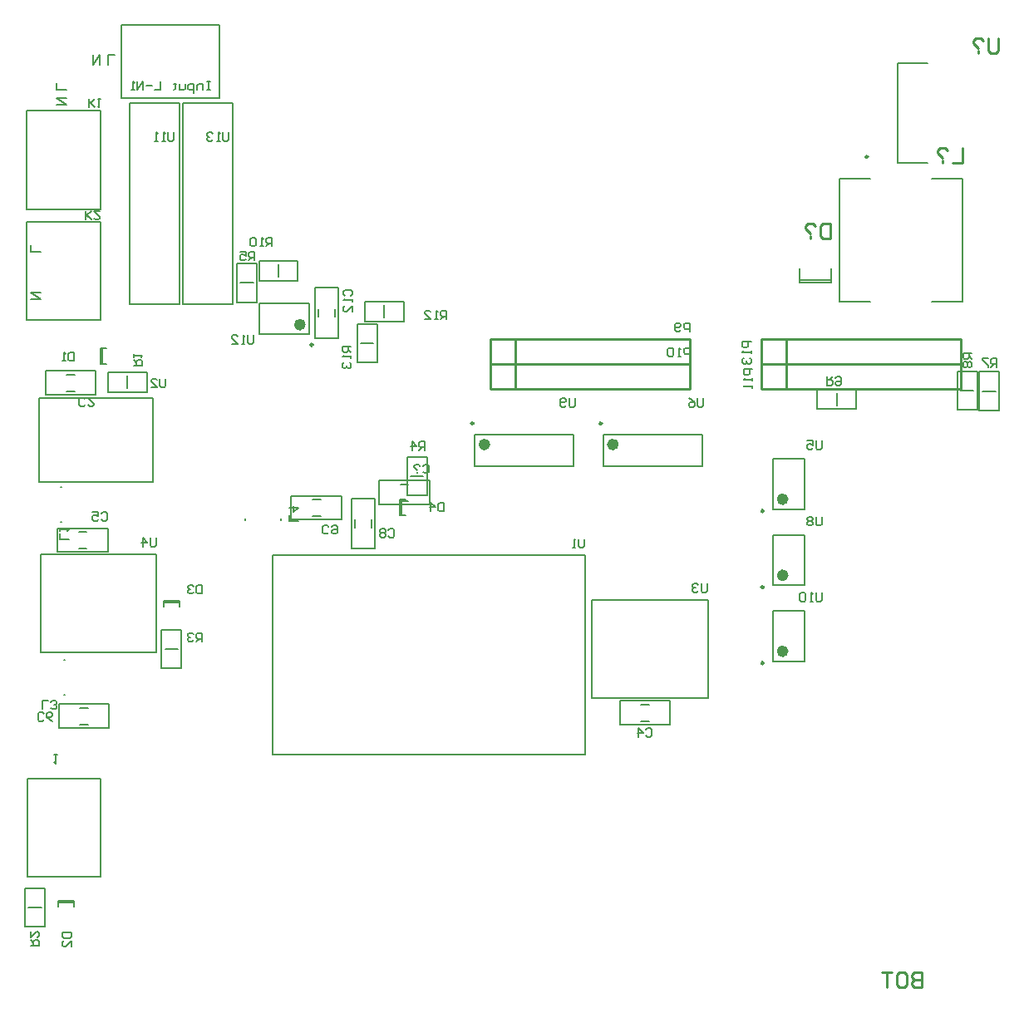
<source format=gbr>
G04 Layer_Color=32896*
%FSLAX25Y25*%
%MOIN*%
%TF.FileFunction,Legend,Bot*%
%TF.Part,Single*%
G01*
G75*
%TA.AperFunction,NonConductor*%
%ADD52C,0.00984*%
%ADD53C,0.02362*%
%ADD54C,0.00787*%
%ADD55C,0.00500*%
%ADD56C,0.01000*%
%ADD57C,0.00700*%
D52*
X340454Y313582D02*
G03*
X340454Y313582I-492J0D01*
G01*
X298659Y171453D02*
G03*
X298659Y171453I-492J0D01*
G01*
X233746Y206627D02*
G03*
X233746Y206627I-492J0D01*
G01*
X298659Y140954D02*
G03*
X298659Y140954I-492J0D01*
G01*
X182246Y206627D02*
G03*
X182246Y206627I-492J0D01*
G01*
X298659Y110453D02*
G03*
X298659Y110453I-492J0D01*
G01*
X117839Y238167D02*
G03*
X117839Y238167I-492J0D01*
G01*
D53*
X307419Y176198D02*
G03*
X307419Y176198I-1181J0D01*
G01*
X239336Y198162D02*
G03*
X239336Y198162I-1181J0D01*
G01*
X307419Y145698D02*
G03*
X307419Y145698I-1181J0D01*
G01*
X187836Y198162D02*
G03*
X187836Y198162I-1181J0D01*
G01*
X307419Y115198D02*
G03*
X307419Y115198I-1181J0D01*
G01*
X113784Y246238D02*
G03*
X113784Y246238I-1181J0D01*
G01*
D54*
X313001Y263992D02*
X325599D01*
X313001Y263244D02*
X325599D01*
Y268756D01*
X313001Y263244D02*
Y268756D01*
X329094Y255494D02*
Y304706D01*
X378306Y255494D02*
Y304706D01*
X329094D02*
X341298D01*
X329094Y255494D02*
X341298D01*
X366102Y304706D02*
X378306D01*
X366102Y255494D02*
X378306D01*
X352364Y351279D02*
X364372D01*
X352364Y311121D02*
Y351279D01*
Y311121D02*
X364372D01*
X153047Y175586D02*
X156197D01*
X153047Y182279D02*
X156197D01*
X3336Y24715D02*
Y64085D01*
X32864Y24715D02*
Y64085D01*
X3336D02*
X32864D01*
X3336Y24715D02*
X32864D01*
X24025Y163178D02*
X27175D01*
X24025Y156485D02*
X27175D01*
X22150Y12719D02*
Y15081D01*
X15850Y12719D02*
Y15081D01*
X22150D01*
X15850Y14333D02*
X22150D01*
X41128Y366564D02*
X80498D01*
X41128Y337036D02*
X80498D01*
Y366564D01*
X41128Y337036D02*
Y366564D01*
X32630Y292615D02*
Y331985D01*
X3103Y292615D02*
Y331985D01*
Y292615D02*
X32630D01*
X3103Y331985D02*
X32630D01*
Y248115D02*
Y287485D01*
X3103Y248115D02*
Y287485D01*
Y248115D02*
X32630D01*
X3103Y287485D02*
X32630D01*
X3841Y12500D02*
X8959D01*
X327900Y213741D02*
Y218859D01*
X101700Y73700D02*
X226897D01*
X227000D02*
Y153700D01*
X101700D02*
X226897D01*
X101800Y73700D02*
Y153700D01*
X229722Y96532D02*
Y135832D01*
Y96532D02*
X276222D01*
X229722Y135832D02*
X276222D01*
Y96532D02*
Y135832D01*
X8706Y114732D02*
Y154032D01*
Y114732D02*
X55206D01*
X8706Y154032D02*
X55206D01*
Y114732D02*
Y154032D01*
X302301Y172261D02*
Y192339D01*
X314899Y172261D02*
Y192339D01*
X302301Y172261D02*
X314899D01*
X302301Y192339D02*
X314899D01*
X234218Y202099D02*
X273982D01*
X234218Y189501D02*
X273982D01*
X234218D02*
Y202099D01*
X273982Y189501D02*
Y202099D01*
X302301Y141761D02*
Y161839D01*
X314899Y141761D02*
Y161839D01*
X302301Y141761D02*
X314899D01*
X302301Y161839D02*
X314899D01*
X182718Y202099D02*
X222482D01*
X182718Y189501D02*
X222482D01*
X182718D02*
Y202099D01*
X222482Y189501D02*
Y202099D01*
X302301Y111261D02*
Y131339D01*
X314899Y111261D02*
Y131339D01*
X302301Y111261D02*
X314899D01*
X302301Y131339D02*
X314899D01*
X64339Y254600D02*
Y335200D01*
X44340D02*
X64339D01*
X44238Y254600D02*
X64339D01*
X44238D02*
X44340Y335200D01*
X85839Y254600D02*
Y335200D01*
X65840D02*
X85839D01*
X65738Y254600D02*
X85839D01*
X65738D02*
X65840Y335200D01*
X386441Y219600D02*
X391559D01*
X377741Y219800D02*
X382859D01*
X96461Y242301D02*
X116539D01*
X96461Y254899D02*
X116539D01*
Y242301D02*
Y254899D01*
X96461Y242301D02*
Y254899D01*
X88841Y263000D02*
X93959D01*
X104000Y265341D02*
Y270459D01*
X120054Y249325D02*
Y252475D01*
X126746Y249325D02*
Y252475D01*
X146500Y249046D02*
Y254165D01*
X137041Y238868D02*
X142159D01*
X249525Y93946D02*
X252675D01*
X249525Y87253D02*
X252675D01*
X157041Y185500D02*
X162159D01*
X152619Y176050D02*
X154981D01*
X152619Y169750D02*
X154981D01*
X152619D02*
Y176050D01*
X153367Y169750D02*
Y176050D01*
X134653Y164925D02*
Y168075D01*
X141347Y164925D02*
Y168075D01*
X90872Y167903D02*
Y168297D01*
X104928Y167903D02*
Y168297D01*
X117725Y176146D02*
X120875D01*
X117725Y169454D02*
X120875D01*
X24525Y92546D02*
X27675D01*
X24525Y85853D02*
X27675D01*
X58641Y116200D02*
X63759D01*
X64450Y133119D02*
Y135481D01*
X58150Y133119D02*
Y135481D01*
X64450D01*
X58150Y134733D02*
X64450D01*
X18103Y111928D02*
X18497D01*
X18103Y97872D02*
X18497D01*
X43500Y220641D02*
Y225759D01*
X32731Y236750D02*
X35093D01*
X32731Y230450D02*
X35093D01*
X32731D02*
Y236750D01*
X33479Y230450D02*
Y236750D01*
X19125Y226247D02*
X22275D01*
X19125Y219553D02*
X22275D01*
X16803Y181028D02*
X17197D01*
X16803Y166972D02*
X17197D01*
X7962Y183209D02*
Y216674D01*
X53632D01*
X7962Y183209D02*
X53632D01*
Y216674D01*
D55*
X144524Y183716D02*
X164720D01*
Y174149D02*
Y183716D01*
X144524Y174149D02*
X164720D01*
X144524D02*
Y183716D01*
X15502Y155048D02*
Y164615D01*
Y155048D02*
X35698D01*
Y164615D01*
X15502D02*
X35698D01*
X2404Y4764D02*
X10396D01*
X2404D02*
Y20236D01*
X10396D01*
Y4764D02*
Y20236D01*
X335636Y212304D02*
Y220296D01*
X320164Y212304D02*
X335636D01*
X320164D02*
Y220296D01*
X335636D01*
X385004Y227336D02*
X392996D01*
Y211864D02*
Y227336D01*
X385004Y211864D02*
X392996D01*
X385004D02*
Y227336D01*
X376304Y227536D02*
X384296D01*
Y212064D02*
Y227536D01*
X376304Y212064D02*
X384296D01*
X376304D02*
Y227536D01*
X87404Y255264D02*
X95396D01*
X87404D02*
Y270736D01*
X95396D01*
Y255264D02*
Y270736D01*
X111736Y263904D02*
Y271896D01*
X96264Y263904D02*
X111736D01*
X96264D02*
Y271896D01*
X111736D01*
X118616Y240802D02*
X128183D01*
Y260998D01*
X118616D02*
X128183D01*
X118616Y240802D02*
Y260998D01*
X154236Y247609D02*
Y255602D01*
X138764Y247609D02*
X154236D01*
X138764D02*
Y255602D01*
X154236D01*
X135604Y246605D02*
X143596D01*
Y231132D02*
Y246605D01*
X135604Y231132D02*
X143596D01*
X135604D02*
Y246605D01*
X241002Y85817D02*
Y95384D01*
Y85817D02*
X261198D01*
Y95384D01*
X241002D02*
X261198D01*
X155604Y177764D02*
X163596D01*
X155604D02*
Y193236D01*
X163596D01*
Y177764D02*
Y193236D01*
X133217Y156402D02*
X142783D01*
Y176598D01*
X133217D02*
X142783D01*
X133217Y156402D02*
Y176598D01*
X109202Y168017D02*
Y177584D01*
Y168017D02*
X129398D01*
Y177584D01*
X109202D02*
X129398D01*
X16002Y84417D02*
Y93984D01*
Y84417D02*
X36198D01*
Y93984D01*
X16002D02*
X36198D01*
X57204Y123936D02*
X65196D01*
Y108464D02*
Y123936D01*
X57204Y108464D02*
X65196D01*
X57204D02*
Y123936D01*
X35764Y219204D02*
Y227196D01*
X51236D01*
Y219204D02*
Y227196D01*
X35764Y219204D02*
X51236D01*
X10602Y218116D02*
Y227683D01*
Y218116D02*
X30798D01*
Y227683D01*
X10602D02*
X30798D01*
D56*
X199100Y230300D02*
Y240300D01*
X189100D02*
X269100D01*
Y230300D02*
Y240300D01*
X189100Y230300D02*
X269100D01*
X189100D02*
Y240300D01*
X199100Y220300D02*
Y230300D01*
X189100D02*
X269100D01*
Y220300D02*
Y230300D01*
X189100Y220300D02*
X269100D01*
X189100D02*
Y230300D01*
X307600Y220300D02*
Y230300D01*
X297600D02*
X377600D01*
Y220300D02*
Y230300D01*
X297600Y220300D02*
X377600D01*
X297600D02*
Y230300D01*
X307600D02*
Y240300D01*
X297600D02*
X377600D01*
Y230300D02*
Y240300D01*
X297600Y230300D02*
X377600D01*
X297600D02*
Y240300D01*
X325395Y286826D02*
Y280828D01*
X322396D01*
X321396Y281827D01*
Y285826D01*
X322396Y286826D01*
X325395D01*
X319397Y285826D02*
X318397Y286826D01*
X316398D01*
X315398Y285826D01*
Y284826D01*
X317398Y282827D01*
Y281827D02*
Y280828D01*
X378395Y317249D02*
Y311250D01*
X374396D01*
X372397Y316249D02*
X371397Y317249D01*
X369398D01*
X368398Y316249D01*
Y315249D01*
X370398Y313250D01*
Y312250D02*
Y311250D01*
X392595Y361248D02*
Y356250D01*
X391596Y355250D01*
X389596D01*
X388597Y356250D01*
Y361248D01*
X386597Y360249D02*
X385597Y361248D01*
X383598D01*
X382598Y360249D01*
Y359249D01*
X384598Y357250D01*
Y356250D02*
Y355250D01*
X362100Y-13702D02*
Y-19700D01*
X359101D01*
X358101Y-18700D01*
Y-17701D01*
X359101Y-16701D01*
X362100D01*
X359101D01*
X358101Y-15701D01*
Y-14702D01*
X359101Y-13702D01*
X362100D01*
X353103D02*
X355102D01*
X356102Y-14702D01*
Y-18700D01*
X355102Y-19700D01*
X353103D01*
X352103Y-18700D01*
Y-14702D01*
X353103Y-13702D01*
X350104D02*
X346105D01*
X348105D01*
Y-19700D01*
D57*
X133200Y237368D02*
X129701D01*
Y235619D01*
X130284Y235036D01*
X131451D01*
X132034Y235619D01*
Y237368D01*
Y236202D02*
X133200Y235036D01*
Y233870D02*
Y232703D01*
Y233286D01*
X129701D01*
X130284Y233870D01*
Y230954D02*
X129701Y230371D01*
Y229205D01*
X130284Y228621D01*
X130867D01*
X131451Y229205D01*
Y229788D01*
Y229205D01*
X132034Y228621D01*
X132617D01*
X133200Y229205D01*
Y230371D01*
X132617Y230954D01*
X171500Y248400D02*
Y251899D01*
X169751D01*
X169167Y251316D01*
Y250149D01*
X169751Y249566D01*
X171500D01*
X170334D02*
X169167Y248400D01*
X168001D02*
X166835D01*
X167418D01*
Y251899D01*
X168001Y251316D01*
X162753Y248400D02*
X165085D01*
X162753Y250733D01*
Y251316D01*
X163336Y251899D01*
X164502D01*
X165085Y251316D01*
X161963Y189566D02*
X162546Y190149D01*
X163712D01*
X164295Y189566D01*
Y187233D01*
X163712Y186650D01*
X162546D01*
X161963Y187233D01*
X160796Y189566D02*
X160213Y190149D01*
X159047D01*
X158464Y189566D01*
Y188983D01*
X159630Y187817D01*
Y187233D02*
Y186650D01*
X162800Y195800D02*
Y199299D01*
X161051D01*
X160467Y198716D01*
Y197549D01*
X161051Y196966D01*
X162800D01*
X161634D02*
X160467Y195800D01*
X157552D02*
Y199299D01*
X159301Y197549D01*
X156969D01*
X111899Y167600D02*
X108400D01*
Y169933D01*
Y172848D02*
X111899D01*
X110149Y171099D01*
Y173431D01*
X170400Y174799D02*
Y171300D01*
X168651D01*
X168067Y171883D01*
Y174216D01*
X168651Y174799D01*
X170400D01*
X165152Y171300D02*
Y174799D01*
X166901Y173049D01*
X164569D01*
X124133Y162884D02*
X123549Y162301D01*
X122383D01*
X121800Y162884D01*
Y165217D01*
X122383Y165800D01*
X123549D01*
X124133Y165217D01*
X125299D02*
X125882Y165800D01*
X127048D01*
X127631Y165217D01*
Y162884D01*
X127048Y162301D01*
X125882D01*
X125299Y162884D01*
Y163467D01*
X125882Y164051D01*
X127631D01*
X148167Y163816D02*
X148751Y164399D01*
X149917D01*
X150500Y163816D01*
Y161483D01*
X149917Y160900D01*
X148751D01*
X148167Y161483D01*
X147001Y163816D02*
X146418Y164399D01*
X145252D01*
X144669Y163816D01*
Y163233D01*
X145252Y162649D01*
X144669Y162066D01*
Y161483D01*
X145252Y160900D01*
X146418D01*
X147001Y161483D01*
Y162066D01*
X146418Y162649D01*
X147001Y163233D01*
Y163816D01*
X146418Y162649D02*
X145252D01*
X268895Y233450D02*
Y236949D01*
X267146D01*
X266563Y236366D01*
Y235200D01*
X267146Y234617D01*
X268895D01*
X265396Y233450D02*
X264230D01*
X264813D01*
Y236949D01*
X265396Y236366D01*
X262481D02*
X261897Y236949D01*
X260731D01*
X260148Y236366D01*
Y234033D01*
X260731Y233450D01*
X261897D01*
X262481Y234033D01*
Y236366D01*
X321895Y138649D02*
Y135733D01*
X321312Y135150D01*
X320146D01*
X319563Y135733D01*
Y138649D01*
X318396Y135150D02*
X317230D01*
X317813D01*
Y138649D01*
X318396Y138066D01*
X315481D02*
X314897Y138649D01*
X313731D01*
X313148Y138066D01*
Y135733D01*
X313731Y135150D01*
X314897D01*
X315481Y135733D01*
Y138066D01*
X321895Y169149D02*
Y166234D01*
X321312Y165650D01*
X320146D01*
X319563Y166234D01*
Y169149D01*
X318396Y168566D02*
X317813Y169149D01*
X316647D01*
X316064Y168566D01*
Y167983D01*
X316647Y167400D01*
X316064Y166817D01*
Y166234D01*
X316647Y165650D01*
X317813D01*
X318396Y166234D01*
Y166817D01*
X317813Y167400D01*
X318396Y167983D01*
Y168566D01*
X317813Y167400D02*
X316647D01*
X222895Y216749D02*
Y213833D01*
X222312Y213250D01*
X221146D01*
X220563Y213833D01*
Y216749D01*
X219396Y213833D02*
X218813Y213250D01*
X217647D01*
X217064Y213833D01*
Y216166D01*
X217647Y216749D01*
X218813D01*
X219396Y216166D01*
Y215583D01*
X218813Y215000D01*
X217064D01*
X275895Y142449D02*
Y139533D01*
X275312Y138950D01*
X274146D01*
X273563Y139533D01*
Y142449D01*
X272396Y141866D02*
X271813Y142449D01*
X270647D01*
X270064Y141866D01*
Y141283D01*
X270647Y140700D01*
X271230D01*
X270647D01*
X270064Y140117D01*
Y139533D01*
X270647Y138950D01*
X271813D01*
X272396Y139533D01*
X274395Y216749D02*
Y213833D01*
X273812Y213250D01*
X272646D01*
X272063Y213833D01*
Y216749D01*
X268564D02*
X269730Y216166D01*
X270896Y215000D01*
Y213833D01*
X270313Y213250D01*
X269147D01*
X268564Y213833D01*
Y214417D01*
X269147Y215000D01*
X270896D01*
X321895Y199649D02*
Y196733D01*
X321312Y196150D01*
X320146D01*
X319563Y196733D01*
Y199649D01*
X316064D02*
X318396D01*
Y197900D01*
X317230Y198483D01*
X316647D01*
X316064Y197900D01*
Y196733D01*
X316647Y196150D01*
X317813D01*
X318396Y196733D01*
X251417Y83716D02*
X252001Y84299D01*
X253167D01*
X253750Y83716D01*
Y81383D01*
X253167Y80800D01*
X252001D01*
X251417Y81383D01*
X248502Y80800D02*
Y84299D01*
X250251Y82549D01*
X247919D01*
X76600Y343799D02*
X75434D01*
X76017D01*
Y340300D01*
X76600D01*
X75434D01*
X73684D02*
Y342633D01*
X71935D01*
X71352Y342049D01*
Y340300D01*
X70185Y339134D02*
Y342633D01*
X68436D01*
X67853Y342049D01*
Y340883D01*
X68436Y340300D01*
X70185D01*
X66686Y342633D02*
Y340883D01*
X66103Y340300D01*
X64354D01*
Y342633D01*
X62604Y343216D02*
Y342633D01*
X63188D01*
X62021D01*
X62604D01*
Y340883D01*
X62021Y340300D01*
X56773Y343799D02*
Y340300D01*
X54440D01*
X53274Y342049D02*
X50942D01*
X49775Y340300D02*
Y343799D01*
X47443Y340300D01*
Y343799D01*
X46277Y340300D02*
X45110D01*
X45693D01*
Y343799D01*
X46277Y343216D01*
X28100Y333301D02*
Y336800D01*
Y335634D01*
X30433Y333301D01*
X28683Y335051D01*
X30433Y336800D01*
X31599D02*
X32765D01*
X32182D01*
Y333301D01*
X31599Y333884D01*
X26600Y288301D02*
Y291800D01*
Y290634D01*
X28933Y288301D01*
X27183Y290051D01*
X28933Y291800D01*
X32432D02*
X30099D01*
X32432Y289467D01*
Y288884D01*
X31848Y288301D01*
X30682D01*
X30099Y288884D01*
X62100Y323299D02*
Y320383D01*
X61517Y319800D01*
X60351D01*
X59767Y320383D01*
Y323299D01*
X58601Y319800D02*
X57435D01*
X58018D01*
Y323299D01*
X58601Y322716D01*
X55685Y319800D02*
X54519D01*
X55102D01*
Y323299D01*
X55685Y322716D01*
X84100Y323299D02*
Y320383D01*
X83517Y319800D01*
X82351D01*
X81767Y320383D01*
Y323299D01*
X80601Y319800D02*
X79435D01*
X80018D01*
Y323299D01*
X80601Y322716D01*
X77685D02*
X77102Y323299D01*
X75936D01*
X75353Y322716D01*
Y322133D01*
X75936Y321549D01*
X76519D01*
X75936D01*
X75353Y320966D01*
Y320383D01*
X75936Y319800D01*
X77102D01*
X77685Y320383D01*
X14100Y73687D02*
X15266D01*
X14683D01*
Y70188D01*
X14100Y70771D01*
X17401Y2500D02*
X20900D01*
Y751D01*
X20317Y167D01*
X17984D01*
X17401Y751D01*
Y2500D01*
X20900Y-3331D02*
Y-999D01*
X18567Y-3331D01*
X17984D01*
X17401Y-2748D01*
Y-1582D01*
X17984Y-999D01*
X4600Y-3000D02*
X8099D01*
Y-1251D01*
X7516Y-667D01*
X6349D01*
X5766Y-1251D01*
Y-3000D01*
Y-1834D02*
X4600Y-667D01*
Y2831D02*
Y499D01*
X6933Y2831D01*
X7516D01*
X8099Y2248D01*
Y1082D01*
X7516Y499D01*
X226695Y160249D02*
Y157334D01*
X226112Y156750D01*
X224946D01*
X224363Y157334D01*
Y160249D01*
X223196Y156750D02*
X222030D01*
X222613D01*
Y160249D01*
X223196Y159666D01*
X26533Y213984D02*
X25949Y213401D01*
X24783D01*
X24200Y213984D01*
Y216317D01*
X24783Y216900D01*
X25949D01*
X26533Y216317D01*
X30031Y216900D02*
X27699D01*
X30031Y214567D01*
Y213984D01*
X29448Y213401D01*
X28282D01*
X27699Y213984D01*
X19999Y160000D02*
X16500D01*
Y162333D01*
Y163499D02*
Y164665D01*
Y164082D01*
X19999D01*
X19416Y163499D01*
X58800Y224599D02*
Y221683D01*
X58217Y221100D01*
X57051D01*
X56467Y221683D01*
Y224599D01*
X52969Y221100D02*
X55301D01*
X52969Y223433D01*
Y224016D01*
X53552Y224599D01*
X54718D01*
X55301Y224016D01*
X22112Y235199D02*
Y231700D01*
X20362D01*
X19779Y232283D01*
Y234616D01*
X20362Y235199D01*
X22112D01*
X18613Y231700D02*
X17447D01*
X18030D01*
Y235199D01*
X18613Y234616D01*
X46000Y229700D02*
X49499D01*
Y231449D01*
X48916Y232033D01*
X47749D01*
X47166Y231449D01*
Y229700D01*
Y230866D02*
X46000Y232033D01*
Y233199D02*
Y234365D01*
Y233782D01*
X49499D01*
X48916Y233199D01*
X32963Y170498D02*
X33546Y171081D01*
X34712D01*
X35295Y170498D01*
Y168165D01*
X34712Y167582D01*
X33546D01*
X32963Y168165D01*
X29464Y171081D02*
X31796D01*
Y169331D01*
X30630Y169914D01*
X30047D01*
X29464Y169331D01*
Y168165D01*
X30047Y167582D01*
X31213D01*
X31796Y168165D01*
X9933Y87784D02*
X9349Y87201D01*
X8183D01*
X7600Y87784D01*
Y90117D01*
X8183Y90700D01*
X9349D01*
X9933Y90117D01*
X13431Y87201D02*
X12265Y87784D01*
X11099Y88951D01*
Y90117D01*
X11682Y90700D01*
X12848D01*
X13431Y90117D01*
Y89534D01*
X12848Y88951D01*
X11099D01*
X73500Y141799D02*
Y138300D01*
X71751D01*
X71167Y138883D01*
Y141216D01*
X71751Y141799D01*
X73500D01*
X70001Y141216D02*
X69418Y141799D01*
X68252D01*
X67669Y141216D01*
Y140633D01*
X68252Y140049D01*
X68835D01*
X68252D01*
X67669Y139466D01*
Y138883D01*
X68252Y138300D01*
X69418D01*
X70001Y138883D01*
X9300Y91952D02*
Y95451D01*
X11633D01*
X12799Y92536D02*
X13382Y91952D01*
X14548D01*
X15132Y92536D01*
Y93119D01*
X14548Y93702D01*
X13965D01*
X14548D01*
X15132Y94285D01*
Y94868D01*
X14548Y95451D01*
X13382D01*
X12799Y94868D01*
X73400Y119100D02*
Y122599D01*
X71651D01*
X71067Y122016D01*
Y120849D01*
X71651Y120266D01*
X73400D01*
X72234D02*
X71067Y119100D01*
X69901Y122016D02*
X69318Y122599D01*
X68152D01*
X67569Y122016D01*
Y121433D01*
X68152Y120849D01*
X68735D01*
X68152D01*
X67569Y120266D01*
Y119683D01*
X68152Y119100D01*
X69318D01*
X69901Y119683D01*
X54879Y160649D02*
Y157734D01*
X54296Y157150D01*
X53130D01*
X52547Y157734D01*
Y160649D01*
X49631Y157150D02*
Y160649D01*
X51381Y158900D01*
X49048D01*
X130684Y257767D02*
X130101Y258351D01*
Y259517D01*
X130684Y260100D01*
X133017D01*
X133600Y259517D01*
Y258351D01*
X133017Y257767D01*
X133600Y256601D02*
Y255435D01*
Y256018D01*
X130101D01*
X130684Y256601D01*
X133600Y251353D02*
Y253685D01*
X131267Y251353D01*
X130684D01*
X130101Y251936D01*
Y253102D01*
X130684Y253685D01*
X94400Y272000D02*
Y275499D01*
X92651D01*
X92067Y274916D01*
Y273749D01*
X92651Y273166D01*
X94400D01*
X93234D02*
X92067Y272000D01*
X88569Y275499D02*
X90901D01*
Y273749D01*
X89735Y274333D01*
X89152D01*
X88569Y273749D01*
Y272583D01*
X89152Y272000D01*
X90318D01*
X90901Y272583D01*
X101500Y277700D02*
Y281199D01*
X99751D01*
X99167Y280616D01*
Y279449D01*
X99751Y278866D01*
X101500D01*
X100334D02*
X99167Y277700D01*
X98001D02*
X96835D01*
X97418D01*
Y281199D01*
X98001Y280616D01*
X95085D02*
X94502Y281199D01*
X93336D01*
X92753Y280616D01*
Y278283D01*
X93336Y277700D01*
X94502D01*
X95085Y278283D01*
Y280616D01*
X268895Y243450D02*
Y246949D01*
X267146D01*
X266563Y246366D01*
Y245200D01*
X267146Y244617D01*
X268895D01*
X265396Y244034D02*
X264813Y243450D01*
X263647D01*
X263064Y244034D01*
Y246366D01*
X263647Y246949D01*
X264813D01*
X265396Y246366D01*
Y245783D01*
X264813Y245200D01*
X263064D01*
X294100Y228300D02*
X290601D01*
Y226551D01*
X291184Y225967D01*
X292351D01*
X292934Y226551D01*
Y228300D01*
X294100Y224801D02*
Y223635D01*
Y224218D01*
X290601D01*
X291184Y224801D01*
X294100Y221885D02*
Y220719D01*
Y221302D01*
X290601D01*
X291184Y221885D01*
X293600Y239300D02*
X290101D01*
Y237551D01*
X290684Y236967D01*
X291851D01*
X292434Y237551D01*
Y239300D01*
X293600Y235801D02*
Y234635D01*
Y235218D01*
X290101D01*
X290684Y235801D01*
Y232885D02*
X290101Y232302D01*
Y231136D01*
X290684Y230553D01*
X291267D01*
X291851Y231136D01*
Y231719D01*
Y231136D01*
X292434Y230553D01*
X293017D01*
X293600Y231136D01*
Y232302D01*
X293017Y232885D01*
X392200Y229200D02*
Y232699D01*
X390451D01*
X389867Y232116D01*
Y230949D01*
X390451Y230366D01*
X392200D01*
X391034D02*
X389867Y229200D01*
X388701Y232699D02*
X386369D01*
Y232116D01*
X388701Y229783D01*
Y229200D01*
X382100Y234800D02*
X378601D01*
Y233051D01*
X379184Y232467D01*
X380351D01*
X380934Y233051D01*
Y234800D01*
Y233634D02*
X382100Y232467D01*
X379184Y231301D02*
X378601Y230718D01*
Y229552D01*
X379184Y228969D01*
X379767D01*
X380351Y229552D01*
X380934Y228969D01*
X381517D01*
X382100Y229552D01*
Y230718D01*
X381517Y231301D01*
X380934D01*
X380351Y230718D01*
X379767Y231301D01*
X379184D01*
X380351Y230718D02*
Y229552D01*
X323900Y225300D02*
Y221801D01*
X325649D01*
X326233Y222384D01*
Y223551D01*
X325649Y224134D01*
X323900D01*
X325066D02*
X326233Y225300D01*
X327399Y224717D02*
X327982Y225300D01*
X329148D01*
X329731Y224717D01*
Y222384D01*
X329148Y221801D01*
X327982D01*
X327399Y222384D01*
Y222967D01*
X327982Y223551D01*
X329731D01*
X94000Y242099D02*
Y239183D01*
X93417Y238600D01*
X92251D01*
X91667Y239183D01*
Y242099D01*
X90501Y238600D02*
X89335D01*
X89918D01*
Y242099D01*
X90501Y241516D01*
X85253Y238600D02*
X87585D01*
X85253Y240933D01*
Y241516D01*
X85836Y242099D01*
X87002D01*
X87585Y241516D01*
X8599Y275600D02*
X4600D01*
Y278266D01*
X4700Y256600D02*
X8699D01*
X4700Y259266D01*
X8699D01*
X19099Y340300D02*
X15100D01*
Y342966D01*
Y334300D02*
X19099D01*
X15100Y336966D01*
X19099D01*
X29600Y354300D02*
Y350301D01*
X32266Y354300D01*
Y350301D01*
X35600D02*
Y354300D01*
X38266D01*
%TF.MD5,de668133583e235ef921f56836d396c0*%
M02*

</source>
